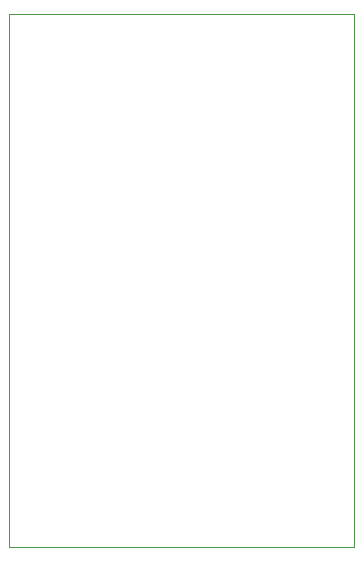
<source format=gbr>
%TF.GenerationSoftware,KiCad,Pcbnew,(6.0.0)*%
%TF.CreationDate,2022-02-12T21:43:18+08:00*%
%TF.ProjectId,esp8266,65737038-3236-4362-9e6b-696361645f70,rev?*%
%TF.SameCoordinates,Original*%
%TF.FileFunction,Profile,NP*%
%FSLAX46Y46*%
G04 Gerber Fmt 4.6, Leading zero omitted, Abs format (unit mm)*
G04 Created by KiCad (PCBNEW (6.0.0)) date 2022-02-12 21:43:18*
%MOMM*%
%LPD*%
G01*
G04 APERTURE LIST*
%TA.AperFunction,Profile*%
%ADD10C,0.100000*%
%TD*%
G04 APERTURE END LIST*
D10*
X145796000Y-105635000D02*
X116600000Y-105635000D01*
X116600000Y-105635000D02*
X116600000Y-150800000D01*
X116600000Y-150800000D02*
X145796000Y-150800000D01*
X145796000Y-150800000D02*
X145796000Y-105635000D01*
M02*

</source>
